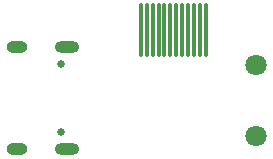
<source format=gbr>
%TF.GenerationSoftware,KiCad,Pcbnew,7.0.1*%
%TF.CreationDate,2024-01-11T23:21:17+00:00*%
%TF.ProjectId,Hardware,48617264-7761-4726-952e-6b696361645f,rev?*%
%TF.SameCoordinates,Original*%
%TF.FileFunction,Soldermask,Top*%
%TF.FilePolarity,Negative*%
%FSLAX46Y46*%
G04 Gerber Fmt 4.6, Leading zero omitted, Abs format (unit mm)*
G04 Created by KiCad (PCBNEW 7.0.1) date 2024-01-11 23:21:17*
%MOMM*%
%LPD*%
G01*
G04 APERTURE LIST*
G04 Aperture macros list*
%AMRoundRect*
0 Rectangle with rounded corners*
0 $1 Rounding radius*
0 $2 $3 $4 $5 $6 $7 $8 $9 X,Y pos of 4 corners*
0 Add a 4 corners polygon primitive as box body*
4,1,4,$2,$3,$4,$5,$6,$7,$8,$9,$2,$3,0*
0 Add four circle primitives for the rounded corners*
1,1,$1+$1,$2,$3*
1,1,$1+$1,$4,$5*
1,1,$1+$1,$6,$7*
1,1,$1+$1,$8,$9*
0 Add four rect primitives between the rounded corners*
20,1,$1+$1,$2,$3,$4,$5,0*
20,1,$1+$1,$4,$5,$6,$7,0*
20,1,$1+$1,$6,$7,$8,$9,0*
20,1,$1+$1,$8,$9,$2,$3,0*%
G04 Aperture macros list end*
%ADD10RoundRect,0.075000X-0.075000X-2.175000X0.075000X-2.175000X0.075000X2.175000X-0.075000X2.175000X0*%
%ADD11C,0.650000*%
%ADD12O,1.800000X1.000000*%
%ADD13O,2.100000X1.000000*%
%ADD14C,1.800000*%
G04 APERTURE END LIST*
D10*
%TO.C,J3*%
X132750000Y-52000000D03*
X132250000Y-52000000D03*
X131750000Y-52000000D03*
X131250000Y-52000000D03*
X130750000Y-52000000D03*
X130250000Y-52000000D03*
X129750000Y-52000000D03*
X129250000Y-52000000D03*
X128750000Y-52000000D03*
X128250000Y-52000000D03*
X127750000Y-52000000D03*
X127250000Y-52000000D03*
%TD*%
D11*
%TO.C,J1*%
X120461000Y-60675000D03*
X120461000Y-54895000D03*
D12*
X116781000Y-62105000D03*
D13*
X120981000Y-62105000D03*
D12*
X116781000Y-53465000D03*
D13*
X120981000Y-53465000D03*
%TD*%
D14*
%TO.C,J4*%
X137000000Y-61000000D03*
X137000000Y-55000000D03*
%TD*%
M02*

</source>
